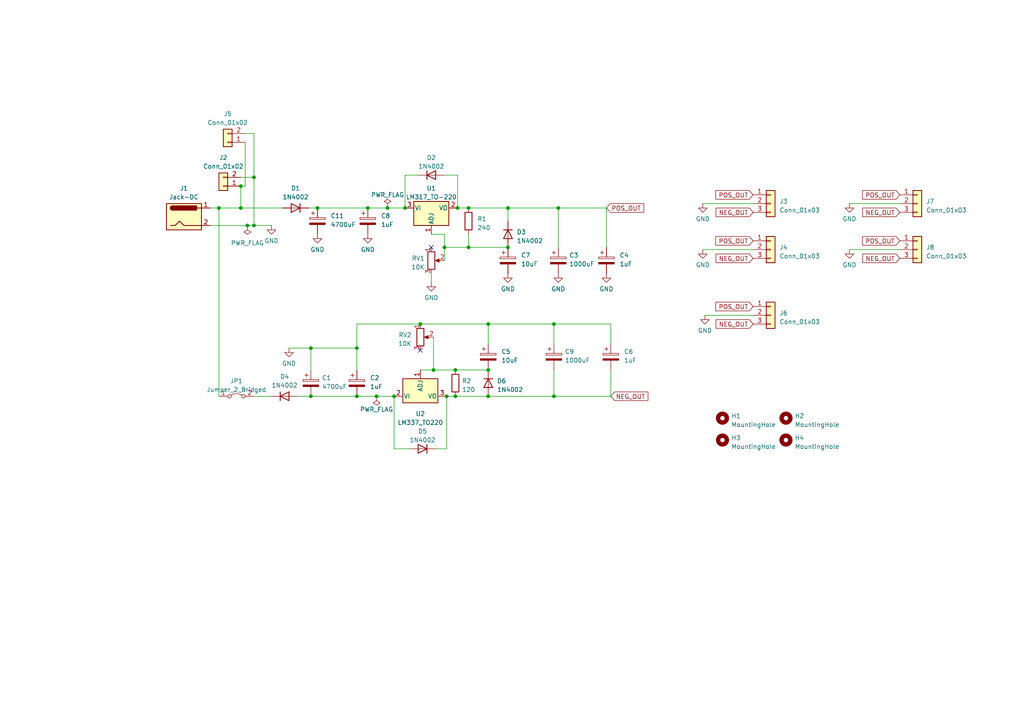
<source format=kicad_sch>
(kicad_sch (version 20230121) (generator eeschema)
  (paper "A4")
  (title_block (title "Adjustable Power Supply") (date "2024-01-07") (rev "2") (company "Strahinja Marinkovic"))
  (lib_symbols
    (symbol "Connector:Jack-DC" (pin_names (offset 1.016))
      (property "Reference" "J" (at 0 5.334 0))
      (property "Value" "Jack-DC" (at 0 -5.08 0))
      (symbol "Jack-DC_0_1"
        (rectangle (start -5.08 3.81) (end 5.08 -3.81) (stroke (width 0.254)) (fill (type background)))
        (arc (start -3.302 3.175) (mid -3.9343 2.54) (end -3.302 1.905) (stroke (width 0.254)))
        (arc (start -3.302 3.175) (mid -3.9343 2.54) (end -3.302 1.905) (stroke (width 0.254)) (fill (type outline)))
        (polyline (pts (xy 5.08 2.54) (xy 3.81 2.54)) (stroke (width 0.254)))
        (polyline (pts (xy -3.81 -2.54) (xy -2.54 -2.54) (xy -1.27 -1.27) (xy 0 -2.54) (xy 2.54 -2.54) (xy 5.08 -2.54)) (stroke (width 0.254)))
        (rectangle (start 3.683 3.175) (end -3.302 1.905) (stroke (width 0.254)) (fill (type outline)))
      )
      (symbol "Jack-DC_1_1"
        (pin passive line (at 7.62 2.54 180) (length 2.54) (name "~") (number "1"))
        (pin passive line (at 7.62 -2.54 180) (length 2.54) (name "~") (number "2"))
      )
    )
    (symbol "Connector_Generic:Conn_01x02" (pin_names (offset 1.016) hide)
      (property "Reference" "J" (at 0 2.54 0))
      (property "Value" "Conn_01x02" (at 0 -5.08 0))
      (symbol "Conn_01x02_1_1"
        (rectangle (start -1.27 -2.413) (end 0 -2.667) (stroke (width 0.1524)))
        (rectangle (start -1.27 0.127) (end 0 -0.127) (stroke (width 0.1524)))
        (rectangle (start -1.27 1.27) (end 1.27 -3.81) (stroke (width 0.254)) (fill (type background)))
        (pin passive line (at -5.08 0 0) (length 3.81) (name "Pin_1") (number "1"))
        (pin passive line (at -5.08 -2.54 0) (length 3.81) (name "Pin_2") (number "2"))
      )
    )
    (symbol "Connector_Generic:Conn_01x03" (pin_names (offset 1.016) hide)
      (property "Reference" "J" (at 0 5.08 0))
      (property "Value" "Conn_01x03" (at 0 -5.08 0))
      (symbol "Conn_01x03_1_1"
        (rectangle (start -1.27 -2.413) (end 0 -2.667) (stroke (width 0.1524)))
        (rectangle (start -1.27 0.127) (end 0 -0.127) (stroke (width 0.1524)))
        (rectangle (start -1.27 2.667) (end 0 2.413) (stroke (width 0.1524)))
        (rectangle (start -1.27 3.81) (end 1.27 -3.81) (stroke (width 0.254)) (fill (type background)))
        (pin passive line (at -5.08 2.54 0) (length 3.81) (name "Pin_1") (number "1"))
        (pin passive line (at -5.08 0 0) (length 3.81) (name "Pin_2") (number "2"))
        (pin passive line (at -5.08 -2.54 0) (length 3.81) (name "Pin_3") (number "3"))
      )
    )
    (symbol "Device:C_Polarized" (pin_numbers hide) (pin_names (offset 0.254))
      (property "Reference" "C" (at 0.635 2.54 0))
      (property "Value" "C_Polarized" (at 0.635 -2.54 0))
      (symbol "C_Polarized_0_1"
        (rectangle (start -2.286 0.508) (end 2.286 1.016))
        (polyline (pts (xy -1.778 2.286) (xy -0.762 2.286)))
        (polyline (pts (xy -1.27 2.794) (xy -1.27 1.778)))
        (rectangle (start 2.286 -0.508) (end -2.286 -1.016) (fill (type outline)))
      )
      (symbol "C_Polarized_1_1"
        (pin passive line (at 0 3.81 270) (length 2.794) (name "~") (number "1"))
        (pin passive line (at 0 -3.81 90) (length 2.794) (name "~") (number "2"))
      )
    )
    (symbol "Device:D" (pin_numbers hide) (pin_names (offset 1.016) hide)
      (property "Reference" "D" (at 0 2.54 0))
      (property "Value" "D" (at 0 -2.54 0))
      (symbol "D_0_1"
        (polyline (pts (xy -1.27 1.27) (xy -1.27 -1.27)) (stroke (width 0.254)))
        (polyline (pts (xy 1.27 0) (xy -1.27 0)))
        (polyline (pts (xy 1.27 1.27) (xy 1.27 -1.27) (xy -1.27 0) (xy 1.27 1.27)) (stroke (width 0.254)))
      )
      (symbol "D_1_1"
        (pin passive line (at -3.81 0 0) (length 2.54) (name "K") (number "1"))
        (pin passive line (at 3.81 0 180) (length 2.54) (name "A") (number "2"))
      )
    )
    (symbol "Device:R" (pin_numbers hide) (pin_names (offset 0))
      (property "Reference" "R" (at 2.032 0 90))
      (property "Value" "R" (at 0 0 90))
      (symbol "R_0_1"
        (rectangle (start -1.016 -2.54) (end 1.016 2.54) (stroke (width 0.254)))
      )
      (symbol "R_1_1"
        (pin passive line (at 0 3.81 270) (length 1.27) (name "~") (number "1"))
        (pin passive line (at 0 -3.81 90) (length 1.27) (name "~") (number "2"))
      )
    )
    (symbol "Device:R_Potentiometer" (pin_names (offset 1.016) hide)
      (property "Reference" "RV" (at -4.445 0 90))
      (property "Value" "R_Potentiometer" (at -2.54 0 90))
      (symbol "R_Potentiometer_0_1"
        (polyline (pts (xy 2.54 0) (xy 1.524 0)))
        (polyline (pts (xy 1.143 0) (xy 2.286 0.508) (xy 2.286 -0.508) (xy 1.143 0)) (fill (type outline)))
        (rectangle (start 1.016 2.54) (end -1.016 -2.54) (stroke (width 0.254)))
      )
      (symbol "R_Potentiometer_1_1"
        (pin passive line (at 0 3.81 270) (length 1.27) (name "1") (number "1"))
        (pin passive line (at 3.81 0 180) (length 1.27) (name "2") (number "2"))
        (pin passive line (at 0 -3.81 90) (length 1.27) (name "3") (number "3"))
      )
    )
    (symbol "Jumper:Jumper_2_Bridged" (pin_names (offset 0) hide)
      (property "Reference" "JP" (at 0 1.905 0))
      (property "Value" "Jumper_2_Bridged" (at 0 -2.54 0))
      (symbol "Jumper_2_Bridged_0_0"
        (circle (center -2.032 0) (radius 0.508))
        (circle (center 2.032 0) (radius 0.508))
      )
      (symbol "Jumper_2_Bridged_0_1"
        (arc (start 1.524 0.254) (mid 0 0.762) (end -1.524 0.254))
      )
      (symbol "Jumper_2_Bridged_1_1"
        (pin passive line (at -5.08 0 0) (length 2.54) (name "A") (number "1"))
        (pin passive line (at 5.08 0 180) (length 2.54) (name "B") (number "2"))
      )
    )
    (symbol "Mechanical:MountingHole" (pin_names (offset 1.016))
      (property "Reference" "H" (at 0 5.08 0))
      (property "Value" "MountingHole" (at 0 3.175 0))
      (symbol "MountingHole_0_1"
        (circle (center 0 0) (radius 1.27) (stroke (width 1.27)))
      )
    )
    (symbol "Regulator_Linear:LM317_TO-220" (pin_names (offset 0.254))
      (property "Reference" "U" (at -3.81 3.175 0))
      (property "Value" "LM317_TO-220" (at 0 3.175 0))
      (symbol "LM317_TO-220_0_1"
        (rectangle (start -5.08 1.905) (end 5.08 -5.08) (stroke (width 0.254)) (fill (type background)))
      )
      (symbol "LM317_TO-220_1_1"
        (pin input line (at 0 -7.62 90) (length 2.54) (name "ADJ") (number "1"))
        (pin power_out line (at 7.62 0 180) (length 2.54) (name "VO") (number "2"))
        (pin power_in line (at -7.62 0 0) (length 2.54) (name "VI") (number "3"))
      )
    )
    (symbol "Regulator_Linear:LM337_TO220" (pin_names (offset 0.254))
      (property "Reference" "U" (at -3.81 -3.175 0))
      (property "Value" "LM337_TO220" (at 0 -3.175 0))
      (symbol "LM337_TO220_0_1"
        (rectangle (start -5.08 5.08) (end 5.08 -1.905) (stroke (width 0.254)) (fill (type background)))
      )
      (symbol "LM337_TO220_1_1"
        (pin input line (at 0 7.62 270) (length 2.54) (name "ADJ") (number "1"))
        (pin power_in line (at -7.62 0 0) (length 2.54) (name "VI") (number "2"))
        (pin power_out line (at 7.62 0 180) (length 2.54) (name "VO") (number "3"))
      )
    )
    (symbol "power:GND" (power) (pin_names (offset 0))
      (property "Value" "GND" (at 0 -3.81 0))
      (symbol "GND_0_1"
        (polyline (pts (xy 0 0) (xy 0 -1.27) (xy 1.27 -1.27) (xy 0 -2.54) (xy -1.27 -1.27) (xy 0 -1.27)))
      )
      (symbol "GND_1_1"
        (pin power_in line (at 0 0 270) (length 0) hide (name "GND") (number "1"))
      )
    )
    (symbol "power:PWR_FLAG" (power) (pin_numbers hide) (pin_names (offset 0) hide)
      (property "Value" "PWR_FLAG" (at 0 3.81 0))
      (symbol "PWR_FLAG_0_0"
        (pin power_out line (at 0 0 90) (length 0) (name "pwr") (number "1"))
      )
      (symbol "PWR_FLAG_0_1"
        (polyline (pts (xy 0 0) (xy 0 1.27) (xy -1.016 1.905) (xy 0 2.54) (xy 1.016 1.905) (xy 0 1.27)))
      )
    )
  )
  (junction (at 125.73 107.315))
  (junction (at 135.89 60.325))
  (junction (at 121.92 93.98))
  (junction (at 69.85 60.325))
  (junction (at 147.32 71.755))
  (junction (at 117.475 60.325))
  (junction (at 109.22 114.935))
  (junction (at 132.08 107.315))
  (junction (at 103.505 114.935))
  (junction (at 132.715 60.325))
  (junction (at 106.68 60.325))
  (junction (at 128.905 71.755))
  (junction (at 135.89 71.755))
  (junction (at 141.605 107.315))
  (junction (at 147.32 60.325))
  (junction (at 132.08 114.935))
  (junction (at 161.925 60.325))
  (junction (at 73.66 51.435))
  (junction (at 73.66 65.405))
  (junction (at 160.655 114.935))
  (junction (at 63.5 60.325))
  (junction (at 69.85 53.975))
  (junction (at 90.17 100.965))
  (junction (at 141.605 93.98))
  (junction (at 160.655 93.98))
  (junction (at 71.755 65.405))
  (junction (at 90.17 114.935))
  (junction (at 129.54 114.935))
  (junction (at 112.395 60.325))
  (junction (at 114.3 114.935))
  (junction (at 92.075 60.325))
  (junction (at 103.505 100.965))
  (junction (at 141.605 114.935))
  (no_connect (at 121.92 101.6))
  (no_connect (at 125.095 71.755))
  (wire (pts (xy 121.92 93.98) (xy 103.505 93.98)))
  (wire (pts (xy 246.38 59.055) (xy 260.985 59.055)))
  (wire (pts (xy 125.73 107.315) (xy 121.92 107.315)))
  (wire (pts (xy 132.08 107.315) (xy 141.605 107.315)))
  (wire (pts (xy 160.655 107.315) (xy 160.655 114.935)))
  (wire (pts (xy 90.17 100.965) (xy 90.17 107.315)))
  (wire (pts (xy 129.54 130.175) (xy 126.365 130.175)))
  (wire (pts (xy 135.89 67.945) (xy 135.89 71.755)))
  (wire (pts (xy 177.165 107.315) (xy 177.165 114.935)))
  (wire (pts (xy 129.54 114.935) (xy 132.08 114.935)))
  (wire (pts (xy 161.925 60.325) (xy 175.895 60.325)))
  (wire (pts (xy 60.96 65.405) (xy 71.755 65.405)))
  (wire (pts (xy 60.96 60.325) (xy 63.5 60.325)))
  (wire (pts (xy 203.835 59.055) (xy 218.44 59.055)))
  (wire (pts (xy 86.36 114.935) (xy 90.17 114.935)))
  (wire (pts (xy 92.075 60.325) (xy 106.68 60.325)))
  (wire (pts (xy 204.47 91.44) (xy 218.44 91.44)))
  (wire (pts (xy 83.82 100.965) (xy 90.17 100.965)))
  (wire (pts (xy 147.32 60.325) (xy 161.925 60.325)))
  (wire (pts (xy 135.89 60.325) (xy 132.715 60.325)))
  (wire (pts (xy 161.925 60.325) (xy 161.925 71.755)))
  (wire (pts (xy 160.655 93.98) (xy 141.605 93.98)))
  (wire (pts (xy 128.905 71.755) (xy 128.905 67.945)))
  (wire (pts (xy 118.745 130.175) (xy 114.3 130.175)))
  (wire (pts (xy 141.605 99.695) (xy 141.605 93.98)))
  (wire (pts (xy 78.74 65.405) (xy 73.66 65.405)))
  (wire (pts (xy 177.165 114.935) (xy 160.655 114.935)))
  (wire (pts (xy 141.605 93.98) (xy 121.92 93.98)))
  (wire (pts (xy 129.54 114.935) (xy 129.54 130.175)))
  (wire (pts (xy 177.165 93.98) (xy 160.655 93.98)))
  (wire (pts (xy 90.17 100.965) (xy 103.505 100.965)))
  (wire (pts (xy 71.12 41.275) (xy 71.12 53.975)))
  (wire (pts (xy 69.85 60.325) (xy 81.915 60.325)))
  (wire (pts (xy 125.73 107.315) (xy 132.08 107.315)))
  (wire (pts (xy 89.535 60.325) (xy 92.075 60.325)))
  (wire (pts (xy 112.395 60.325) (xy 117.475 60.325)))
  (wire (pts (xy 177.165 99.695) (xy 177.165 93.98)))
  (wire (pts (xy 69.85 53.975) (xy 69.85 60.325)))
  (wire (pts (xy 147.32 64.135) (xy 147.32 60.325)))
  (wire (pts (xy 114.3 130.175) (xy 114.3 114.935)))
  (wire (pts (xy 147.32 60.325) (xy 135.89 60.325)))
  (wire (pts (xy 109.22 114.935) (xy 114.3 114.935)))
  (wire (pts (xy 121.285 50.8) (xy 117.475 50.8)))
  (wire (pts (xy 73.66 51.435) (xy 73.66 65.405)))
  (wire (pts (xy 128.905 67.945) (xy 125.095 67.945)))
  (wire (pts (xy 106.68 60.325) (xy 112.395 60.325)))
  (wire (pts (xy 128.905 71.755) (xy 135.89 71.755)))
  (wire (pts (xy 63.5 60.325) (xy 63.5 114.935)))
  (wire (pts (xy 103.505 93.98) (xy 103.505 100.965)))
  (wire (pts (xy 203.835 72.39) (xy 218.44 72.39)))
  (wire (pts (xy 73.66 65.405) (xy 71.755 65.405)))
  (wire (pts (xy 132.715 50.8) (xy 128.905 50.8)))
  (wire (pts (xy 90.17 114.935) (xy 103.505 114.935)))
  (wire (pts (xy 73.66 114.935) (xy 78.74 114.935)))
  (wire (pts (xy 71.12 53.975) (xy 69.85 53.975)))
  (wire (pts (xy 125.73 97.79) (xy 125.73 107.315)))
  (wire (pts (xy 132.715 60.325) (xy 132.715 50.8)))
  (wire (pts (xy 135.89 71.755) (xy 147.32 71.755)))
  (wire (pts (xy 175.895 60.325) (xy 175.895 71.755)))
  (wire (pts (xy 103.505 114.935) (xy 109.22 114.935)))
  (wire (pts (xy 69.85 51.435) (xy 73.66 51.435)))
  (wire (pts (xy 128.905 75.565) (xy 128.905 71.755)))
  (wire (pts (xy 103.505 100.965) (xy 103.505 107.315)))
  (wire (pts (xy 132.08 114.935) (xy 141.605 114.935)))
  (wire (pts (xy 117.475 50.8) (xy 117.475 60.325)))
  (wire (pts (xy 125.095 79.375) (xy 125.095 81.915)))
  (wire (pts (xy 73.66 38.735) (xy 73.66 51.435)))
  (wire (pts (xy 63.5 60.325) (xy 69.85 60.325)))
  (wire (pts (xy 160.655 114.935) (xy 141.605 114.935)))
  (wire (pts (xy 71.12 38.735) (xy 73.66 38.735)))
  (wire (pts (xy 160.655 93.98) (xy 160.655 99.695)))
  (wire (pts (xy 246.38 72.39) (xy 260.985 72.39)))
  (global_label "POS_OUT" (shape input) (at 218.44 88.9 180) (property "Intersheetrefs" "${INTERSHEET_REFS}" (effects hide)))
  (global_label "POS_OUT" (shape input) (at 218.44 56.515 180) (property "Intersheetrefs" "${INTERSHEET_REFS}" (effects hide)))
  (global_label "POS_OUT" (shape input) (at 175.895 60.325 0) (property "Intersheetrefs" "${INTERSHEET_REFS}" (effects hide)))
  (global_label "NEG_OUT" (shape input) (at 260.985 74.93 180) (property "Intersheetrefs" "${INTERSHEET_REFS}" (effects hide)))
  (global_label "NEG_OUT" (shape input) (at 177.165 114.935 0) (property "Intersheetrefs" "${INTERSHEET_REFS}" (effects hide)))
  (global_label "NEG_OUT" (shape input) (at 218.44 61.595 180) (property "Intersheetrefs" "${INTERSHEET_REFS}" (effects hide)))
  (global_label "NEG_OUT" (shape input) (at 260.985 61.595 180) (property "Intersheetrefs" "${INTERSHEET_REFS}" (effects hide)))
  (global_label "POS_OUT" (shape input) (at 260.985 56.515 180) (property "Intersheetrefs" "${INTERSHEET_REFS}" (effects hide)))
  (global_label "POS_OUT" (shape input) (at 260.985 69.85 180) (property "Intersheetrefs" "${INTERSHEET_REFS}" (effects hide)))
  (global_label "NEG_OUT" (shape input) (at 218.44 93.98 180) (property "Intersheetrefs" "${INTERSHEET_REFS}" (effects hide)))
  (global_label "POS_OUT" (shape input) (at 218.44 69.85 180) (property "Intersheetrefs" "${INTERSHEET_REFS}" (effects hide)))
  (global_label "NEG_OUT" (shape input) (at 218.44 74.93 180) (property "Intersheetrefs" "${INTERSHEET_REFS}" (effects hide)))
  (symbol (lib_id "Connector_Generic:Conn_01x03") (at 223.52 59.055 0) (unit 1)
    (property "Reference" "J3" (at 226.06 58.42 0) (effects (justify left)))
    (property "Value" "Conn_01x03" (at 226.06 60.96 0) (effects (justify left)))
    (property "Footprint" "Connector_PinHeader_2.54mm:PinHeader_1x03_P2.54mm_Vertical" (effects hide))
  )
  (symbol (lib_id "Device:R_Potentiometer") (at 121.92 97.79 0) (unit 1)
    (property "Reference" "RV2" (at 119.38 97.155 0) (effects (justify right)))
    (property "Value" "10K" (at 119.38 99.695 0) (effects (justify right)))
    (property "Footprint" "Potentiometer_THT:Potentiometer_Bourns_3296W_Vertical" (effects hide))
  )
  (symbol (lib_id "Device:C_Polarized") (at 161.925 75.565 0) (unit 1)
    (property "Reference" "C3" (at 165.1 74.041 0) (effects (justify left)))
    (property "Value" "1000uF" (at 165.1 76.581 0) (effects (justify left)))
    (property "Footprint" "Capacitor_THT:CP_Radial_D13.0mm_P7.50mm" (effects hide))
  )
  (symbol (lib_id "Device:C_Polarized") (at 92.075 64.135 0) (unit 1)
    (property "Reference" "C11" (at 95.885 62.611 0) (effects (justify left)))
    (property "Value" "4700uF" (at 95.885 65.151 0) (effects (justify left)))
    (property "Footprint" "Capacitor_THT:CP_Radial_D18.0mm_P7.50mm" (effects hide))
  )
  (symbol (lib_id "Device:R") (at 132.08 111.125 0) (unit 1)
    (property "Reference" "R2" (at 133.985 110.49 0) (effects (justify left)))
    (property "Value" "120" (at 133.985 113.03 0) (effects (justify left)))
    (property "Footprint" "Resistor_THT:R_Axial_DIN0207_L6.3mm_D2.5mm_P10.16mm_Horizontal" (effects hide))
  )
  (symbol (lib_id "Device:C_Polarized") (at 177.165 103.505 0) (unit 1)
    (property "Reference" "C6" (at 180.975 101.981 0) (effects (justify left)))
    (property "Value" "1uF" (at 180.975 104.521 0) (effects (justify left)))
    (property "Footprint" "Capacitor_THT:CP_Radial_D5.0mm_P2.50mm" (effects hide))
  )
  (symbol (lib_id "power:GND") (at 246.38 59.055 0) (unit 1)
    (property "Reference" "#PWR012" (effects hide))
    (property "Value" "GND" (at 246.38 63.5 0))
  )
  (symbol (lib_id "Device:C_Polarized") (at 147.32 75.565 0) (unit 1)
    (property "Reference" "C7" (at 151.13 74.041 0) (effects (justify left)))
    (property "Value" "10uF" (at 151.13 76.581 0) (effects (justify left)))
    (property "Footprint" "Capacitor_THT:CP_Radial_D5.0mm_P2.50mm" (effects hide))
  )
  (symbol (lib_id "Device:D") (at 122.555 130.175 180) (unit 1)
    (property "Reference" "D5" (at 122.555 125.095 0))
    (property "Value" "1N4002" (at 122.555 127.635 0))
    (property "Footprint" "Diode_THT:D_A-405_P7.62mm_Horizontal" (effects hide))
    (property "Sim.Device" "D" (effects hide))
    (property "Sim.Pins" "1=K 2=A" (effects hide))
  )
  (symbol (lib_id "Device:R_Potentiometer") (at 125.095 75.565 0) (unit 1)
    (property "Reference" "RV1" (at 123.19 74.93 0) (effects (justify right)))
    (property "Value" "10K" (at 123.19 77.47 0) (effects (justify right)))
    (property "Footprint" "Potentiometer_THT:Potentiometer_Bourns_3296W_Vertical" (effects hide))
  )
  (symbol (lib_id "Device:C_Polarized") (at 175.895 75.565 0) (unit 1)
    (property "Reference" "C4" (at 179.705 74.041 0) (effects (justify left)))
    (property "Value" "1uF" (at 179.705 76.581 0) (effects (justify left)))
    (property "Footprint" "Capacitor_THT:CP_Radial_D5.0mm_P2.50mm" (effects hide))
  )
  (symbol (lib_id "power:GND") (at 147.32 79.375 0) (unit 1)
    (property "Reference" "#PWR05" (effects hide))
    (property "Value" "GND" (at 147.32 83.82 0))
  )
  (symbol (lib_id "power:GND") (at 161.925 79.375 0) (unit 1)
    (property "Reference" "#PWR02" (effects hide))
    (property "Value" "GND" (at 161.925 83.82 0))
  )
  (symbol (lib_id "Connector_Generic:Conn_01x02") (at 66.04 41.275 180) (unit 1)
    (property "Reference" "J5" (at 66.04 33.02 0))
    (property "Value" "Conn_01x02" (at 66.04 35.56 0))
    (property "Footprint" "TerminalBlock:TerminalBlock_bornier-2_P5.08mm" (effects hide))
  )
  (symbol (lib_id "Device:C_Polarized") (at 90.17 111.125 0) (unit 1)
    (property "Reference" "C1" (at 93.345 109.601 0) (effects (justify left)))
    (property "Value" "4700uF" (at 93.345 112.141 0) (effects (justify left)))
    (property "Footprint" "Capacitor_THT:CP_Radial_D18.0mm_P7.50mm" (effects hide))
  )
  (symbol (lib_id "power:GND") (at 175.895 79.375 0) (unit 1)
    (property "Reference" "#PWR08" (effects hide))
    (property "Value" "GND" (at 175.895 83.82 0))
  )
  (symbol (lib_id "power:PWR_FLAG") (at 112.395 60.325 0) (unit 1)
    (property "Reference" "#FLG01" (effects hide))
    (property "Value" "PWR_FLAG" (at 112.395 56.515 0))
  )
  (symbol (lib_id "power:PWR_FLAG") (at 71.755 65.405 180) (unit 1)
    (property "Reference" "#FLG02" (effects hide))
    (property "Value" "PWR_FLAG" (at 71.755 70.485 0))
  )
  (symbol (lib_id "Device:R") (at 135.89 64.135 0) (unit 1)
    (property "Reference" "R1" (at 138.43 63.5 0) (effects (justify left)))
    (property "Value" "240" (at 138.43 66.04 0) (effects (justify left)))
    (property "Footprint" "Resistor_THT:R_Axial_DIN0207_L6.3mm_D2.5mm_P10.16mm_Horizontal" (effects hide))
  )
  (symbol (lib_id "Connector_Generic:Conn_01x03") (at 266.065 72.39 0) (unit 1)
    (property "Reference" "J8" (at 268.605 71.755 0) (effects (justify left)))
    (property "Value" "Conn_01x03" (at 268.605 74.295 0) (effects (justify left)))
    (property "Footprint" "Connector_PinHeader_2.54mm:PinHeader_1x03_P2.54mm_Vertical" (effects hide))
  )
  (symbol (lib_id "power:GND") (at 203.835 59.055 0) (unit 1)
    (property "Reference" "#PWR03" (effects hide))
    (property "Value" "GND" (at 203.835 63.5 0))
  )
  (symbol (lib_id "Mechanical:MountingHole") (at 227.965 127.635 0) (unit 1)
    (property "Reference" "H4" (at 230.505 127 0) (effects (justify left)))
    (property "Value" "MountingHole" (at 230.505 129.54 0) (effects (justify left)))
    (property "Footprint" "MountingHole:MountingHole_3.2mm_M3_DIN965_Pad" (effects hide))
  )
  (symbol (lib_id "Device:D") (at 82.55 114.935 0) (unit 1)
    (property "Reference" "D4" (at 82.55 109.22 0))
    (property "Value" "1N4002" (at 82.55 111.76 0))
    (property "Footprint" "Diode_THT:D_A-405_P7.62mm_Horizontal" (effects hide))
    (property "Sim.Device" "D" (effects hide))
    (property "Sim.Pins" "1=K 2=A" (effects hide))
  )
  (symbol (lib_id "Mechanical:MountingHole") (at 209.55 121.285 0) (unit 1)
    (property "Reference" "H1" (at 212.09 120.65 0) (effects (justify left)))
    (property "Value" "MountingHole" (at 212.09 123.19 0) (effects (justify left)))
    (property "Footprint" "MountingHole:MountingHole_3.2mm_M3_DIN965_Pad" (effects hide))
  )
  (symbol (lib_id "Device:D") (at 125.095 50.8 0) (unit 1)
    (property "Reference" "D2" (at 125.095 45.72 0))
    (property "Value" "1N4002" (at 125.095 48.26 0))
    (property "Footprint" "Diode_THT:D_A-405_P7.62mm_Horizontal" (effects hide))
    (property "Sim.Device" "D" (effects hide))
    (property "Sim.Pins" "1=K 2=A" (effects hide))
  )
  (symbol (lib_id "Regulator_Linear:LM337_TO220") (at 121.92 114.935 0) (unit 1)
    (property "Reference" "U2" (at 121.92 120.015 0))
    (property "Value" "LM337_TO220" (at 121.92 122.555 0))
    (property "Footprint" "Package_TO_SOT_THT:TO-220-3_Vertical" (effects hide))
    (property "Datasheet" "http://www.ti.com/lit/ds/symlink/lm337-n.pdf" (effects hide))
  )
  (symbol (lib_id "power:GND") (at 92.075 67.945 0) (unit 1)
    (property "Reference" "#PWR01" (effects hide))
    (property "Value" "GND" (at 92.075 72.39 0))
  )
  (symbol (lib_id "Connector_Generic:Conn_01x03") (at 223.52 72.39 0) (unit 1)
    (property "Reference" "J4" (at 226.06 71.755 0) (effects (justify left)))
    (property "Value" "Conn_01x03" (at 226.06 74.295 0) (effects (justify left)))
    (property "Footprint" "Connector_PinHeader_2.54mm:PinHeader_1x03_P2.54mm_Vertical" (effects hide))
  )
  (symbol (lib_id "power:GND") (at 125.095 81.915 0) (unit 1)
    (property "Reference" "#PWR07" (effects hide))
    (property "Value" "GND" (at 125.095 86.36 0))
  )
  (symbol (lib_id "Jumper:Jumper_2_Bridged") (at 68.58 114.935 0) (unit 1)
    (property "Reference" "JP1" (at 68.58 110.49 0))
    (property "Value" "Jumper_2_Bridged" (at 68.58 113.03 0))
    (property "Footprint" "Connector_PinHeader_2.54mm:PinHeader_1x02_P2.54mm_Vertical" (effects hide))
  )
  (symbol (lib_id "Connector_Generic:Conn_01x03") (at 223.52 91.44 0) (unit 1)
    (property "Reference" "J6" (at 226.06 90.805 0) (effects (justify left)))
    (property "Value" "Conn_01x03" (at 226.06 93.345 0) (effects (justify left)))
    (property "Footprint" "TerminalBlock:TerminalBlock_bornier-3_P5.08mm" (effects hide))
  )
  (symbol (lib_id "Device:C_Polarized") (at 103.505 111.125 0) (unit 1)
    (property "Reference" "C2" (at 107.315 109.601 0) (effects (justify left)))
    (property "Value" "1uF" (at 107.315 112.141 0) (effects (justify left)))
    (property "Footprint" "Capacitor_THT:CP_Radial_D5.0mm_P2.50mm" (effects hide))
  )
  (symbol (lib_id "Mechanical:MountingHole") (at 227.965 121.285 0) (unit 1)
    (property "Reference" "H2" (at 230.505 120.65 0) (effects (justify left)))
    (property "Value" "MountingHole" (at 230.505 123.19 0) (effects (justify left)))
    (property "Footprint" "MountingHole:MountingHole_3.2mm_M3_DIN965_Pad" (effects hide))
  )
  (symbol (lib_id "power:PWR_FLAG") (at 109.22 114.935 180) (unit 1)
    (property "Reference" "#FLG03" (effects hide))
    (property "Value" "PWR_FLAG" (at 109.22 118.745 0))
  )
  (symbol (lib_id "power:GND") (at 204.47 91.44 0) (unit 1)
    (property "Reference" "#PWR011" (effects hide))
    (property "Value" "GND" (at 204.47 95.885 0))
  )
  (symbol (lib_id "Device:C_Polarized") (at 106.68 64.135 0) (unit 1)
    (property "Reference" "C8" (at 110.49 62.611 0) (effects (justify left)))
    (property "Value" "1uF" (at 110.49 65.151 0) (effects (justify left)))
    (property "Footprint" "Capacitor_THT:CP_Radial_D5.0mm_P2.50mm" (effects hide))
  )
  (symbol (lib_id "Connector_Generic:Conn_01x03") (at 266.065 59.055 0) (unit 1)
    (property "Reference" "J7" (at 268.605 58.42 0) (effects (justify left)))
    (property "Value" "Conn_01x03" (at 268.605 60.96 0) (effects (justify left)))
    (property "Footprint" "Connector_PinHeader_2.54mm:PinHeader_1x03_P2.54mm_Vertical" (effects hide))
  )
  (symbol (lib_id "Connector:Jack-DC") (at 53.34 62.865 0) (unit 1)
    (property "Reference" "J1" (at 53.34 54.61 0))
    (property "Value" "Jack-DC" (at 53.34 57.15 0))
    (property "Footprint" "Connector_BarrelJack:BarrelJack_Horizontal" (effects hide))
  )
  (symbol (lib_id "Mechanical:MountingHole") (at 209.55 127.635 0) (unit 1)
    (property "Reference" "H3" (at 212.09 127 0) (effects (justify left)))
    (property "Value" "MountingHole" (at 212.09 129.54 0) (effects (justify left)))
    (property "Footprint" "MountingHole:MountingHole_3.2mm_M3_DIN965_Pad" (effects hide))
  )
  (symbol (lib_id "power:GND") (at 78.74 65.405 0) (unit 1)
    (property "Reference" "#PWR06" (effects hide))
    (property "Value" "GND" (at 78.74 69.85 0))
  )
  (symbol (lib_id "Device:C_Polarized") (at 141.605 103.505 0) (unit 1)
    (property "Reference" "C5" (at 145.415 101.981 0) (effects (justify left)))
    (property "Value" "10uF" (at 145.415 104.521 0) (effects (justify left)))
    (property "Footprint" "Capacitor_THT:CP_Radial_D5.0mm_P2.50mm" (effects hide))
  )
  (symbol (lib_id "power:GND") (at 246.38 72.39 0) (unit 1)
    (property "Reference" "#PWR013" (effects hide))
    (property "Value" "GND" (at 246.38 76.835 0))
  )
  (symbol (lib_id "Device:D") (at 85.725 60.325 180) (unit 1)
    (property "Reference" "D1" (at 85.725 54.61 0))
    (property "Value" "1N4002" (at 85.725 57.15 0))
    (property "Footprint" "Diode_THT:D_A-405_P7.62mm_Horizontal" (effects hide))
    (property "Sim.Device" "D" (effects hide))
    (property "Sim.Pins" "1=K 2=A" (effects hide))
  )
  (symbol (lib_id "Connector_Generic:Conn_01x02") (at 64.77 53.975 180) (unit 1)
    (property "Reference" "J2" (at 64.77 45.72 0))
    (property "Value" "Conn_01x02" (at 64.77 48.26 0))
    (property "Footprint" "Connector_PinHeader_2.54mm:PinHeader_1x02_P2.54mm_Vertical" (effects hide))
  )
  (symbol (lib_id "power:GND") (at 83.82 100.965 0) (unit 1)
    (property "Reference" "#PWR09" (effects hide))
    (property "Value" "GND" (at 83.82 105.41 0))
  )
  (symbol (lib_id "Device:D") (at 147.32 67.945 270) (unit 1)
    (property "Reference" "D3" (at 149.86 67.31 90) (effects (justify left)))
    (property "Value" "1N4002" (at 149.86 69.85 90) (effects (justify left)))
    (property "Footprint" "Diode_THT:D_A-405_P7.62mm_Horizontal" (effects hide))
    (property "Sim.Device" "D" (effects hide))
    (property "Sim.Pins" "1=K 2=A" (effects hide))
  )
  (symbol (lib_id "power:GND") (at 106.68 67.945 0) (unit 1)
    (property "Reference" "#PWR04" (effects hide))
    (property "Value" "GND" (at 106.68 72.39 0))
  )
  (symbol (lib_id "Device:C_Polarized") (at 160.655 103.505 0) (unit 1)
    (property "Reference" "C9" (at 163.83 101.981 0) (effects (justify left)))
    (property "Value" "1000uF" (at 163.83 104.521 0) (effects (justify left)))
    (property "Footprint" "Capacitor_THT:CP_Radial_D13.0mm_P7.50mm" (effects hide))
  )
  (symbol (lib_id "power:GND") (at 203.835 72.39 0) (unit 1)
    (property "Reference" "#PWR010" (effects hide))
    (property "Value" "GND" (at 203.835 76.835 0))
  )
  (symbol (lib_id "Device:D") (at 141.605 111.125 270) (unit 1)
    (property "Reference" "D6" (at 144.145 110.49 90) (effects (justify left)))
    (property "Value" "1N4002" (at 144.145 113.03 90) (effects (justify left)))
    (property "Footprint" "Diode_THT:D_A-405_P7.62mm_Horizontal" (effects hide))
    (property "Sim.Device" "D" (effects hide))
    (property "Sim.Pins" "1=K 2=A" (effects hide))
  )
  (symbol (lib_id "Regulator_Linear:LM317_TO-220") (at 125.095 60.325 0) (unit 1)
    (property "Reference" "U1" (at 125.095 54.61 0))
    (property "Value" "LM317_TO-220" (at 125.095 57.15 0))
    (property "Footprint" "Package_TO_SOT_THT:TO-220-3_Vertical" (effects hide))
    (property "Datasheet" "http://www.ti.com/lit/ds/symlink/lm317.pdf" (effects hide))
  )
)
</source>
